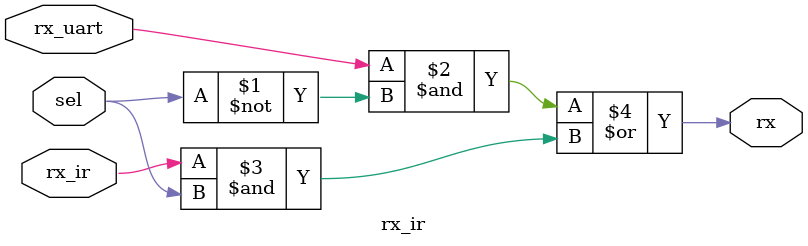
<source format=v>
module rx_ir(
	input rx_uart, rx_ir, sel,
	output wire rx
);


	assign rx = 	(rx_uart & ~sel)|
						(rx_ir & sel);
	
endmodule

</source>
